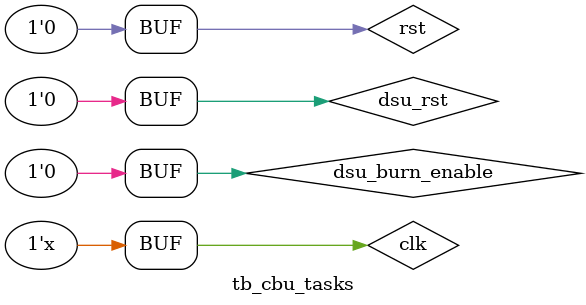
<source format=v>
/*
 * File:        tb_top.v
 * Project:     pippo
 * Designer:    kiss@pwrsemi
 * Mainteiner:  kiss@pwrsemi
 * Checker:
 * Description:
 *      testbench for pippo-based system
 */

// synopsys translate_off
`include "timescale.v"
// synopsys translate_on
`include "def_pippo.v"

module tb_cbu_tasks();

reg  		clk;
reg  		rst;

//
// interconnections
//
wire	[31:0]		iimx_adr_o;
wire				iimx_rqt_o;
wire	[31:0]		iimx_dat_i;
wire				iimx_ack_i;
wire				iimx_rty_i;
wire				iimx_err_i;
wire	[31:0]		iimx_adr_i;


wire	[31:0]		dimx_adr_o;
wire				dimx_rqt_o;
wire				dimx_we_o;
wire	[3:0]		dimx_sel_o;
wire	[31:0]		dimx_dat_o;
wire	[31:0]		dimx_dat_i;
wire				dimx_ack_i;
wire				dimx_err_i;

wire    RS232_TX_DATA;
wire    RS232_RX_DATA;

wire    [7:0]   tb_rx_data;
wire    tb_rx_done;

wire    tb_tx_start;
wire    tb_tx_busy;
wire    [7:0]   tb_tx_data;

//
// clk & rst
//
parameter HalfClkCycle  = 7.8;  // FPGA_64MHZ
parameter RstTime = 3;

initial begin
    rst = 0; 
    dsu_rst = 0; 
    dsu_burn_enable = 0; 
    #RstTime rst = 1;
    dsu_rst = 1; 
    #RstTime rst = 0;
    dsu_rst = 0; 
end

initial
    clk = 1;  
always #HalfClkCycle clk = ~clk;

//
// virtual console
//
always @ (tb_rx_done or tb_rx_data) begin
    if (tb_rx_done)
    $write("%s",tb_rx_data);
end

//
// DUT
//
top_pss top_pss(    
    .clk(clk), 
    .rst(rst),

    .dsu_rst(dsu_rst),
    .dsu_burn_enable(dsu_burn_enable),
   	.dsu_sram_we(dsu_sram_we),

	.txd(RS232_TX_DATA),
	.rxd(RS232_RX_DATA),

    .iimx_adr_o(iimx_adr_o),
	.iimx_rqt_o(iimx_rqt_o),
	.iimx_rty_i(iimx_rty_i),
	.iimx_ack_i(iimx_ack_i),
	.iimx_err_i(iimx_err_i),
	.iimx_dat_i(iimx_dat_i),
	.iimx_adr_i(iimx_adr_i),
	
    .dimx_adr_o(dimx_adr_o),
    .dimx_rqt_o(dimx_rqt_o),
    .dimx_we_o(dimx_we_o),
    .dimx_sel_o(dimx_sel_o),
    .dimx_dat_o(dimx_dat_o),
    .dimx_dat_i(dimx_dat_i),
    .dimx_ack_i(dimx_ack_i),
    .dimx_err_i(dimx_err_i)
); 

//
// peripheral uartlite model
//
tb_dsu_rx tb_dsu_rx(
    .clk(clk), 
    .rst(rst), 
    .RxD(RS232_TX_DATA), 
    .RxD_data_ready(tb_rx_done), 
    .RxD_data(tb_rx_data), 
    .RxD_endofpacket(), 
    .RxD_idle()
);

tb_dsu_tx tb_dsu_tx(
    .clk(clk), 
    .rst(rst), 
    .TxD_start(tb_tx_start), 
    .TxD_data(tb_tx_data), 
    .TxD(RS232_RX_DATA), 
    .TxD_busy(tb_tx_busy)
);

endmodule



</source>
